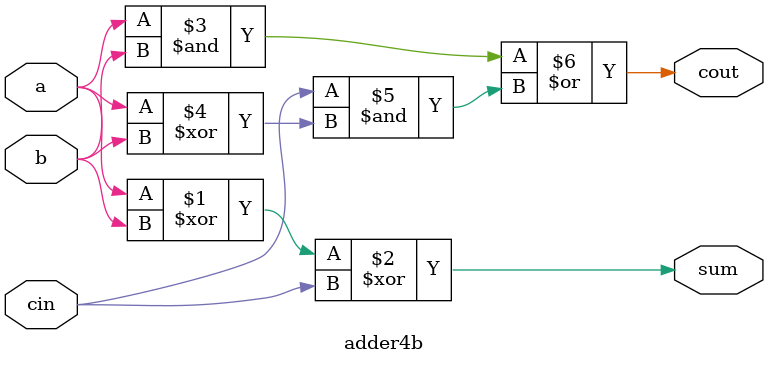
<source format=v>
module adder4b(input a,b,cin, output sum,cout);
    assign sum = a ^ b ^ cin;
    assign cout = (a & b) | (cin & (a ^ b));
endmodule
</source>
